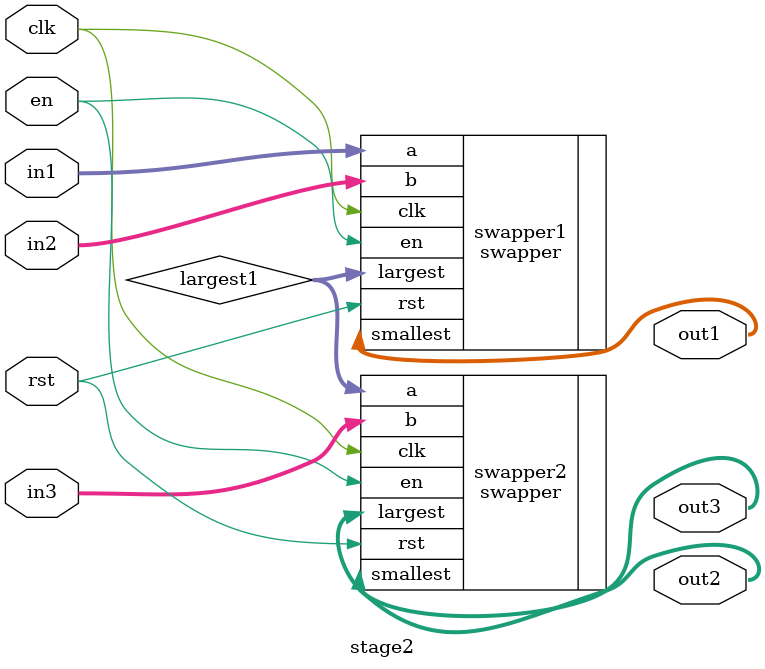
<source format=v>

module stage2#(parameter width = 8)
(
	input clk,rst,en,
	input [width-1:0]in1,in2,in3, 
	output [width-1:0]out1,out2,out3
);

wire [width-1:0] largest1;
swapper #(.width(width))swapper1
(
	.en(en),
	.clk(clk),
	.rst(rst),
	.a(in1),
	.b(in2),
	
	.smallest(out1),
	.largest(largest1)
); 

swapper #(.width(width))swapper2
(
	.en(en),
	.clk(clk),
	.rst(rst),
	.a(largest1),
	.b(in3),
	
	.smallest(out2),
	.largest(out3)
); 
endmodule
</source>
